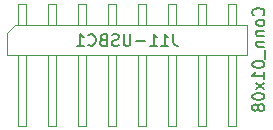
<source format=gbr>
%TF.GenerationSoftware,KiCad,Pcbnew,8.0.8*%
%TF.CreationDate,2025-03-25T01:40:29-04:00*%
%TF.ProjectId,SmartValvePCBv2,536d6172-7456-4616-9c76-655043427632,rev?*%
%TF.SameCoordinates,Original*%
%TF.FileFunction,AssemblyDrawing,Bot*%
%FSLAX46Y46*%
G04 Gerber Fmt 4.6, Leading zero omitted, Abs format (unit mm)*
G04 Created by KiCad (PCBNEW 8.0.8) date 2025-03-25 01:40:29*
%MOMM*%
%LPD*%
G01*
G04 APERTURE LIST*
%ADD10C,0.150000*%
%ADD11C,0.100000*%
G04 APERTURE END LIST*
D10*
X187719580Y-96836904D02*
X187767200Y-96789285D01*
X187767200Y-96789285D02*
X187814819Y-96646428D01*
X187814819Y-96646428D02*
X187814819Y-96551190D01*
X187814819Y-96551190D02*
X187767200Y-96408333D01*
X187767200Y-96408333D02*
X187671961Y-96313095D01*
X187671961Y-96313095D02*
X187576723Y-96265476D01*
X187576723Y-96265476D02*
X187386247Y-96217857D01*
X187386247Y-96217857D02*
X187243390Y-96217857D01*
X187243390Y-96217857D02*
X187052914Y-96265476D01*
X187052914Y-96265476D02*
X186957676Y-96313095D01*
X186957676Y-96313095D02*
X186862438Y-96408333D01*
X186862438Y-96408333D02*
X186814819Y-96551190D01*
X186814819Y-96551190D02*
X186814819Y-96646428D01*
X186814819Y-96646428D02*
X186862438Y-96789285D01*
X186862438Y-96789285D02*
X186910057Y-96836904D01*
X187814819Y-97408333D02*
X187767200Y-97313095D01*
X187767200Y-97313095D02*
X187719580Y-97265476D01*
X187719580Y-97265476D02*
X187624342Y-97217857D01*
X187624342Y-97217857D02*
X187338628Y-97217857D01*
X187338628Y-97217857D02*
X187243390Y-97265476D01*
X187243390Y-97265476D02*
X187195771Y-97313095D01*
X187195771Y-97313095D02*
X187148152Y-97408333D01*
X187148152Y-97408333D02*
X187148152Y-97551190D01*
X187148152Y-97551190D02*
X187195771Y-97646428D01*
X187195771Y-97646428D02*
X187243390Y-97694047D01*
X187243390Y-97694047D02*
X187338628Y-97741666D01*
X187338628Y-97741666D02*
X187624342Y-97741666D01*
X187624342Y-97741666D02*
X187719580Y-97694047D01*
X187719580Y-97694047D02*
X187767200Y-97646428D01*
X187767200Y-97646428D02*
X187814819Y-97551190D01*
X187814819Y-97551190D02*
X187814819Y-97408333D01*
X187148152Y-98170238D02*
X187814819Y-98170238D01*
X187243390Y-98170238D02*
X187195771Y-98217857D01*
X187195771Y-98217857D02*
X187148152Y-98313095D01*
X187148152Y-98313095D02*
X187148152Y-98455952D01*
X187148152Y-98455952D02*
X187195771Y-98551190D01*
X187195771Y-98551190D02*
X187291009Y-98598809D01*
X187291009Y-98598809D02*
X187814819Y-98598809D01*
X187148152Y-99075000D02*
X187814819Y-99075000D01*
X187243390Y-99075000D02*
X187195771Y-99122619D01*
X187195771Y-99122619D02*
X187148152Y-99217857D01*
X187148152Y-99217857D02*
X187148152Y-99360714D01*
X187148152Y-99360714D02*
X187195771Y-99455952D01*
X187195771Y-99455952D02*
X187291009Y-99503571D01*
X187291009Y-99503571D02*
X187814819Y-99503571D01*
X187910057Y-99741667D02*
X187910057Y-100503571D01*
X186814819Y-100932143D02*
X186814819Y-101027381D01*
X186814819Y-101027381D02*
X186862438Y-101122619D01*
X186862438Y-101122619D02*
X186910057Y-101170238D01*
X186910057Y-101170238D02*
X187005295Y-101217857D01*
X187005295Y-101217857D02*
X187195771Y-101265476D01*
X187195771Y-101265476D02*
X187433866Y-101265476D01*
X187433866Y-101265476D02*
X187624342Y-101217857D01*
X187624342Y-101217857D02*
X187719580Y-101170238D01*
X187719580Y-101170238D02*
X187767200Y-101122619D01*
X187767200Y-101122619D02*
X187814819Y-101027381D01*
X187814819Y-101027381D02*
X187814819Y-100932143D01*
X187814819Y-100932143D02*
X187767200Y-100836905D01*
X187767200Y-100836905D02*
X187719580Y-100789286D01*
X187719580Y-100789286D02*
X187624342Y-100741667D01*
X187624342Y-100741667D02*
X187433866Y-100694048D01*
X187433866Y-100694048D02*
X187195771Y-100694048D01*
X187195771Y-100694048D02*
X187005295Y-100741667D01*
X187005295Y-100741667D02*
X186910057Y-100789286D01*
X186910057Y-100789286D02*
X186862438Y-100836905D01*
X186862438Y-100836905D02*
X186814819Y-100932143D01*
X187814819Y-102217857D02*
X187814819Y-101646429D01*
X187814819Y-101932143D02*
X186814819Y-101932143D01*
X186814819Y-101932143D02*
X186957676Y-101836905D01*
X186957676Y-101836905D02*
X187052914Y-101741667D01*
X187052914Y-101741667D02*
X187100533Y-101646429D01*
X187814819Y-102551191D02*
X187148152Y-103075000D01*
X187148152Y-102551191D02*
X187814819Y-103075000D01*
X186814819Y-103646429D02*
X186814819Y-103741667D01*
X186814819Y-103741667D02*
X186862438Y-103836905D01*
X186862438Y-103836905D02*
X186910057Y-103884524D01*
X186910057Y-103884524D02*
X187005295Y-103932143D01*
X187005295Y-103932143D02*
X187195771Y-103979762D01*
X187195771Y-103979762D02*
X187433866Y-103979762D01*
X187433866Y-103979762D02*
X187624342Y-103932143D01*
X187624342Y-103932143D02*
X187719580Y-103884524D01*
X187719580Y-103884524D02*
X187767200Y-103836905D01*
X187767200Y-103836905D02*
X187814819Y-103741667D01*
X187814819Y-103741667D02*
X187814819Y-103646429D01*
X187814819Y-103646429D02*
X187767200Y-103551191D01*
X187767200Y-103551191D02*
X187719580Y-103503572D01*
X187719580Y-103503572D02*
X187624342Y-103455953D01*
X187624342Y-103455953D02*
X187433866Y-103408334D01*
X187433866Y-103408334D02*
X187195771Y-103408334D01*
X187195771Y-103408334D02*
X187005295Y-103455953D01*
X187005295Y-103455953D02*
X186910057Y-103503572D01*
X186910057Y-103503572D02*
X186862438Y-103551191D01*
X186862438Y-103551191D02*
X186814819Y-103646429D01*
X187243390Y-104551191D02*
X187195771Y-104455953D01*
X187195771Y-104455953D02*
X187148152Y-104408334D01*
X187148152Y-104408334D02*
X187052914Y-104360715D01*
X187052914Y-104360715D02*
X187005295Y-104360715D01*
X187005295Y-104360715D02*
X186910057Y-104408334D01*
X186910057Y-104408334D02*
X186862438Y-104455953D01*
X186862438Y-104455953D02*
X186814819Y-104551191D01*
X186814819Y-104551191D02*
X186814819Y-104741667D01*
X186814819Y-104741667D02*
X186862438Y-104836905D01*
X186862438Y-104836905D02*
X186910057Y-104884524D01*
X186910057Y-104884524D02*
X187005295Y-104932143D01*
X187005295Y-104932143D02*
X187052914Y-104932143D01*
X187052914Y-104932143D02*
X187148152Y-104884524D01*
X187148152Y-104884524D02*
X187195771Y-104836905D01*
X187195771Y-104836905D02*
X187243390Y-104741667D01*
X187243390Y-104741667D02*
X187243390Y-104551191D01*
X187243390Y-104551191D02*
X187291009Y-104455953D01*
X187291009Y-104455953D02*
X187338628Y-104408334D01*
X187338628Y-104408334D02*
X187433866Y-104360715D01*
X187433866Y-104360715D02*
X187624342Y-104360715D01*
X187624342Y-104360715D02*
X187719580Y-104408334D01*
X187719580Y-104408334D02*
X187767200Y-104455953D01*
X187767200Y-104455953D02*
X187814819Y-104551191D01*
X187814819Y-104551191D02*
X187814819Y-104741667D01*
X187814819Y-104741667D02*
X187767200Y-104836905D01*
X187767200Y-104836905D02*
X187719580Y-104884524D01*
X187719580Y-104884524D02*
X187624342Y-104932143D01*
X187624342Y-104932143D02*
X187433866Y-104932143D01*
X187433866Y-104932143D02*
X187338628Y-104884524D01*
X187338628Y-104884524D02*
X187291009Y-104836905D01*
X187291009Y-104836905D02*
X187243390Y-104741667D01*
X180104761Y-98414819D02*
X180104761Y-99129104D01*
X180104761Y-99129104D02*
X180152380Y-99271961D01*
X180152380Y-99271961D02*
X180247618Y-99367200D01*
X180247618Y-99367200D02*
X180390475Y-99414819D01*
X180390475Y-99414819D02*
X180485713Y-99414819D01*
X179104761Y-99414819D02*
X179676189Y-99414819D01*
X179390475Y-99414819D02*
X179390475Y-98414819D01*
X179390475Y-98414819D02*
X179485713Y-98557676D01*
X179485713Y-98557676D02*
X179580951Y-98652914D01*
X179580951Y-98652914D02*
X179676189Y-98700533D01*
X178152380Y-99414819D02*
X178723808Y-99414819D01*
X178438094Y-99414819D02*
X178438094Y-98414819D01*
X178438094Y-98414819D02*
X178533332Y-98557676D01*
X178533332Y-98557676D02*
X178628570Y-98652914D01*
X178628570Y-98652914D02*
X178723808Y-98700533D01*
X177723808Y-99033866D02*
X176961904Y-99033866D01*
X176485713Y-98414819D02*
X176485713Y-99224342D01*
X176485713Y-99224342D02*
X176438094Y-99319580D01*
X176438094Y-99319580D02*
X176390475Y-99367200D01*
X176390475Y-99367200D02*
X176295237Y-99414819D01*
X176295237Y-99414819D02*
X176104761Y-99414819D01*
X176104761Y-99414819D02*
X176009523Y-99367200D01*
X176009523Y-99367200D02*
X175961904Y-99319580D01*
X175961904Y-99319580D02*
X175914285Y-99224342D01*
X175914285Y-99224342D02*
X175914285Y-98414819D01*
X175485713Y-99367200D02*
X175342856Y-99414819D01*
X175342856Y-99414819D02*
X175104761Y-99414819D01*
X175104761Y-99414819D02*
X175009523Y-99367200D01*
X175009523Y-99367200D02*
X174961904Y-99319580D01*
X174961904Y-99319580D02*
X174914285Y-99224342D01*
X174914285Y-99224342D02*
X174914285Y-99129104D01*
X174914285Y-99129104D02*
X174961904Y-99033866D01*
X174961904Y-99033866D02*
X175009523Y-98986247D01*
X175009523Y-98986247D02*
X175104761Y-98938628D01*
X175104761Y-98938628D02*
X175295237Y-98891009D01*
X175295237Y-98891009D02*
X175390475Y-98843390D01*
X175390475Y-98843390D02*
X175438094Y-98795771D01*
X175438094Y-98795771D02*
X175485713Y-98700533D01*
X175485713Y-98700533D02*
X175485713Y-98605295D01*
X175485713Y-98605295D02*
X175438094Y-98510057D01*
X175438094Y-98510057D02*
X175390475Y-98462438D01*
X175390475Y-98462438D02*
X175295237Y-98414819D01*
X175295237Y-98414819D02*
X175057142Y-98414819D01*
X175057142Y-98414819D02*
X174914285Y-98462438D01*
X174152380Y-98891009D02*
X174009523Y-98938628D01*
X174009523Y-98938628D02*
X173961904Y-98986247D01*
X173961904Y-98986247D02*
X173914285Y-99081485D01*
X173914285Y-99081485D02*
X173914285Y-99224342D01*
X173914285Y-99224342D02*
X173961904Y-99319580D01*
X173961904Y-99319580D02*
X174009523Y-99367200D01*
X174009523Y-99367200D02*
X174104761Y-99414819D01*
X174104761Y-99414819D02*
X174485713Y-99414819D01*
X174485713Y-99414819D02*
X174485713Y-98414819D01*
X174485713Y-98414819D02*
X174152380Y-98414819D01*
X174152380Y-98414819D02*
X174057142Y-98462438D01*
X174057142Y-98462438D02*
X174009523Y-98510057D01*
X174009523Y-98510057D02*
X173961904Y-98605295D01*
X173961904Y-98605295D02*
X173961904Y-98700533D01*
X173961904Y-98700533D02*
X174009523Y-98795771D01*
X174009523Y-98795771D02*
X174057142Y-98843390D01*
X174057142Y-98843390D02*
X174152380Y-98891009D01*
X174152380Y-98891009D02*
X174485713Y-98891009D01*
X172914285Y-99319580D02*
X172961904Y-99367200D01*
X172961904Y-99367200D02*
X173104761Y-99414819D01*
X173104761Y-99414819D02*
X173199999Y-99414819D01*
X173199999Y-99414819D02*
X173342856Y-99367200D01*
X173342856Y-99367200D02*
X173438094Y-99271961D01*
X173438094Y-99271961D02*
X173485713Y-99176723D01*
X173485713Y-99176723D02*
X173533332Y-98986247D01*
X173533332Y-98986247D02*
X173533332Y-98843390D01*
X173533332Y-98843390D02*
X173485713Y-98652914D01*
X173485713Y-98652914D02*
X173438094Y-98557676D01*
X173438094Y-98557676D02*
X173342856Y-98462438D01*
X173342856Y-98462438D02*
X173199999Y-98414819D01*
X173199999Y-98414819D02*
X173104761Y-98414819D01*
X173104761Y-98414819D02*
X172961904Y-98462438D01*
X172961904Y-98462438D02*
X172914285Y-98510057D01*
X171961904Y-99414819D02*
X172533332Y-99414819D01*
X172247618Y-99414819D02*
X172247618Y-98414819D01*
X172247618Y-98414819D02*
X172342856Y-98557676D01*
X172342856Y-98557676D02*
X172438094Y-98652914D01*
X172438094Y-98652914D02*
X172533332Y-98700533D01*
D11*
%TO.C,J11-USBC1*%
X166040000Y-98325000D02*
X166675000Y-97690000D01*
X166040000Y-100230000D02*
X166040000Y-98325000D01*
X166675000Y-97690000D02*
X186360000Y-97690000D01*
X166990000Y-97690000D02*
X166990000Y-95870000D01*
X166990000Y-106230000D02*
X166990000Y-100230000D01*
X167630000Y-95870000D02*
X166990000Y-95870000D01*
X167630000Y-97690000D02*
X167630000Y-95870000D01*
X167630000Y-106230000D02*
X166990000Y-106230000D01*
X167630000Y-106230000D02*
X167630000Y-100230000D01*
X169530000Y-97690000D02*
X169530000Y-95870000D01*
X169530000Y-106230000D02*
X169530000Y-100230000D01*
X170170000Y-95870000D02*
X169530000Y-95870000D01*
X170170000Y-97690000D02*
X170170000Y-95870000D01*
X170170000Y-106230000D02*
X169530000Y-106230000D01*
X170170000Y-106230000D02*
X170170000Y-100230000D01*
X172070000Y-97690000D02*
X172070000Y-95870000D01*
X172070000Y-106230000D02*
X172070000Y-100230000D01*
X172710000Y-95870000D02*
X172070000Y-95870000D01*
X172710000Y-97690000D02*
X172710000Y-95870000D01*
X172710000Y-106230000D02*
X172070000Y-106230000D01*
X172710000Y-106230000D02*
X172710000Y-100230000D01*
X174610000Y-97690000D02*
X174610000Y-95870000D01*
X174610000Y-106230000D02*
X174610000Y-100230000D01*
X175250000Y-95870000D02*
X174610000Y-95870000D01*
X175250000Y-97690000D02*
X175250000Y-95870000D01*
X175250000Y-106230000D02*
X174610000Y-106230000D01*
X175250000Y-106230000D02*
X175250000Y-100230000D01*
X177150000Y-97690000D02*
X177150000Y-95870000D01*
X177150000Y-106230000D02*
X177150000Y-100230000D01*
X177790000Y-95870000D02*
X177150000Y-95870000D01*
X177790000Y-97690000D02*
X177790000Y-95870000D01*
X177790000Y-106230000D02*
X177150000Y-106230000D01*
X177790000Y-106230000D02*
X177790000Y-100230000D01*
X179690000Y-97690000D02*
X179690000Y-95870000D01*
X179690000Y-106230000D02*
X179690000Y-100230000D01*
X180330000Y-95870000D02*
X179690000Y-95870000D01*
X180330000Y-97690000D02*
X180330000Y-95870000D01*
X180330000Y-106230000D02*
X179690000Y-106230000D01*
X180330000Y-106230000D02*
X180330000Y-100230000D01*
X182230000Y-97690000D02*
X182230000Y-95870000D01*
X182230000Y-106230000D02*
X182230000Y-100230000D01*
X182870000Y-95870000D02*
X182230000Y-95870000D01*
X182870000Y-97690000D02*
X182870000Y-95870000D01*
X182870000Y-106230000D02*
X182230000Y-106230000D01*
X182870000Y-106230000D02*
X182870000Y-100230000D01*
X184770000Y-97690000D02*
X184770000Y-95870000D01*
X184770000Y-106230000D02*
X184770000Y-100230000D01*
X185410000Y-95870000D02*
X184770000Y-95870000D01*
X185410000Y-97690000D02*
X185410000Y-95870000D01*
X185410000Y-106230000D02*
X184770000Y-106230000D01*
X185410000Y-106230000D02*
X185410000Y-100230000D01*
X186360000Y-97690000D02*
X186360000Y-100230000D01*
X186360000Y-100230000D02*
X166040000Y-100230000D01*
%TD*%
M02*

</source>
